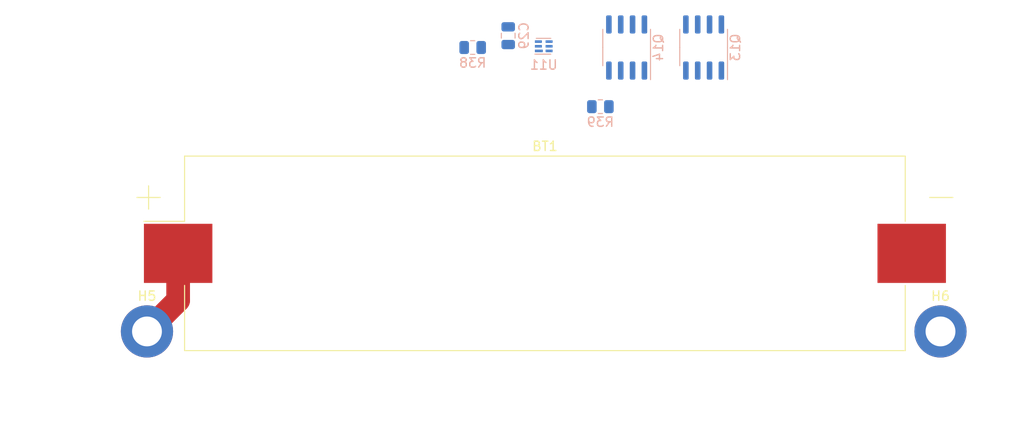
<source format=kicad_pcb>
(kicad_pcb (version 20171130) (host pcbnew "(5.1.10)-1")

  (general
    (thickness 1.6)
    (drawings 2)
    (tracks 2)
    (zones 0)
    (modules 9)
    (nets 9)
  )

  (page A4)
  (layers
    (0 F.Cu signal)
    (31 B.Cu signal)
    (32 B.Adhes user)
    (33 F.Adhes user)
    (34 B.Paste user)
    (35 F.Paste user)
    (36 B.SilkS user)
    (37 F.SilkS user)
    (38 B.Mask user)
    (39 F.Mask user)
    (40 Dwgs.User user)
    (41 Cmts.User user)
    (42 Eco1.User user)
    (43 Eco2.User user)
    (44 Edge.Cuts user)
    (45 Margin user)
    (46 B.CrtYd user)
    (47 F.CrtYd user)
    (48 B.Fab user)
    (49 F.Fab user)
  )

  (setup
    (last_trace_width 1.27)
    (user_trace_width 0.254)
    (user_trace_width 0.381)
    (user_trace_width 0.508)
    (user_trace_width 0.762)
    (user_trace_width 1.27)
    (user_trace_width 2.54)
    (trace_clearance 0.2)
    (zone_clearance 0.508)
    (zone_45_only no)
    (trace_min 0.2)
    (via_size 0.8)
    (via_drill 0.4)
    (via_min_size 0.4)
    (via_min_drill 0.3)
    (uvia_size 0.3)
    (uvia_drill 0.1)
    (uvias_allowed no)
    (uvia_min_size 0.2)
    (uvia_min_drill 0.1)
    (edge_width 0.1)
    (segment_width 0.2)
    (pcb_text_width 0.3)
    (pcb_text_size 1.5 1.5)
    (mod_edge_width 0.15)
    (mod_text_size 1 1)
    (mod_text_width 0.15)
    (pad_size 1.524 1.524)
    (pad_drill 0.762)
    (pad_to_mask_clearance 0)
    (aux_axis_origin 0 0)
    (visible_elements FFFFFF7F)
    (pcbplotparams
      (layerselection 0x010fc_ffffffff)
      (usegerberextensions false)
      (usegerberattributes true)
      (usegerberadvancedattributes true)
      (creategerberjobfile true)
      (excludeedgelayer true)
      (linewidth 0.100000)
      (plotframeref false)
      (viasonmask false)
      (mode 1)
      (useauxorigin false)
      (hpglpennumber 1)
      (hpglpenspeed 20)
      (hpglpendiameter 15.000000)
      (psnegative false)
      (psa4output false)
      (plotreference true)
      (plotvalue true)
      (plotinvisibletext false)
      (padsonsilk false)
      (subtractmaskfromsilk false)
      (outputformat 1)
      (mirror false)
      (drillshape 1)
      (scaleselection 1)
      (outputdirectory ""))
  )

  (net 0 "")
  (net 1 "Net-(BT1-Pad2)")
  (net 2 /+)
  (net 3 "Net-(C29-Pad1)")
  (net 4 /-)
  (net 5 "Net-(Q13-Pad5)")
  (net 6 "Net-(Q13-Pad4)")
  (net 7 "Net-(Q14-Pad4)")
  (net 8 "Net-(R39-Pad1)")

  (net_class Default "This is the default net class."
    (clearance 0.2)
    (trace_width 0.25)
    (via_dia 0.8)
    (via_drill 0.4)
    (uvia_dia 0.3)
    (uvia_drill 0.1)
    (add_net /+)
    (add_net /-)
    (add_net "Net-(BT1-Pad2)")
    (add_net "Net-(C29-Pad1)")
    (add_net "Net-(Q13-Pad4)")
    (add_net "Net-(Q13-Pad5)")
    (add_net "Net-(Q14-Pad4)")
    (add_net "Net-(R39-Pad1)")
    (add_net "Net-(U11-Pad1)")
  )

  (module Package_SON:WSON-6_1.5x1.5mm_P0.5mm (layer B.Cu) (tedit 5A02F1D8) (tstamp 61DDF1A8)
    (at 156.845 63.365)
    (descr "WSON6, http://www.ti.com/lit/ds/symlink/tlv702.pdf")
    (tags WSON6_1.5x1.5mm_P0.5mm)
    (path /61D7B95D)
    (attr smd)
    (fp_text reference U11 (at 0 2) (layer B.SilkS)
      (effects (font (size 1 1) (thickness 0.15)) (justify mirror))
    )
    (fp_text value BQ29707 (at 0 -2) (layer B.Fab)
      (effects (font (size 1 1) (thickness 0.15)) (justify mirror))
    )
    (fp_text user %R (at 0.005 0) (layer B.Fab)
      (effects (font (size 0.4 0.4) (thickness 0.05)) (justify mirror))
    )
    (fp_line (start -0.945 0.85) (end 0.755 0.85) (layer B.SilkS) (width 0.12))
    (fp_line (start -0.795 -0.85) (end 0.755 -0.85) (layer B.SilkS) (width 0.12))
    (fp_line (start -0.495 0.78) (end -0.775 0.5) (layer B.Fab) (width 0.1))
    (fp_line (start 0.785 0.78) (end -0.495 0.78) (layer B.Fab) (width 0.1))
    (fp_line (start -0.775 0.5) (end -0.775 -0.78) (layer B.Fab) (width 0.1))
    (fp_line (start -0.775 -0.78) (end 0.785 -0.78) (layer B.Fab) (width 0.1))
    (fp_line (start 0.785 0.78) (end 0.785 -0.78) (layer B.Fab) (width 0.1))
    (fp_line (start 1.2 1.02) (end 1.2 -1.02) (layer B.CrtYd) (width 0.05))
    (fp_line (start 1.2 1.02) (end -1.2 1.02) (layer B.CrtYd) (width 0.05))
    (fp_line (start -1.2 -1.02) (end 1.2 -1.02) (layer B.CrtYd) (width 0.05))
    (fp_line (start -1.2 -1.02) (end -1.2 1.02) (layer B.CrtYd) (width 0.05))
    (pad 6 smd rect (at 0.575 0.5 90) (size 0.28 0.75) (layers B.Cu B.Paste B.Mask)
      (net 8 "Net-(R39-Pad1)"))
    (pad 5 smd rect (at 0.575 0 90) (size 0.28 0.75) (layers B.Cu B.Paste B.Mask)
      (net 3 "Net-(C29-Pad1)"))
    (pad 4 smd rect (at 0.575 -0.5 90) (size 0.28 0.75) (layers B.Cu B.Paste B.Mask)
      (net 1 "Net-(BT1-Pad2)"))
    (pad 3 smd rect (at -0.575 -0.5 90) (size 0.28 0.75) (layers B.Cu B.Paste B.Mask)
      (net 6 "Net-(Q13-Pad4)"))
    (pad 2 smd rect (at -0.575 0 90) (size 0.28 0.75) (layers B.Cu B.Paste B.Mask)
      (net 7 "Net-(Q14-Pad4)"))
    (pad 1 smd rect (at -0.525 0.5 90) (size 0.28 0.85) (layers B.Cu B.Paste B.Mask))
    (model ${KISYS3DMOD}/Package_SON.3dshapes/WSON-6_1.5x1.5mm_P0.5mm.wrl
      (at (xyz 0 0 0))
      (scale (xyz 1 1 1))
      (rotate (xyz 0 0 0))
    )
  )

  (module Resistor_SMD:R_0805_2012Metric (layer B.Cu) (tedit 5F68FEEE) (tstamp 61DDF192)
    (at 162.9175 69.85)
    (descr "Resistor SMD 0805 (2012 Metric), square (rectangular) end terminal, IPC_7351 nominal, (Body size source: IPC-SM-782 page 72, https://www.pcb-3d.com/wordpress/wp-content/uploads/ipc-sm-782a_amendment_1_and_2.pdf), generated with kicad-footprint-generator")
    (tags resistor)
    (path /61C4260B)
    (attr smd)
    (fp_text reference R39 (at 0 1.65) (layer B.SilkS)
      (effects (font (size 1 1) (thickness 0.15)) (justify mirror))
    )
    (fp_text value 2.2K (at 0 -1.65) (layer B.Fab)
      (effects (font (size 1 1) (thickness 0.15)) (justify mirror))
    )
    (fp_text user %R (at 0 0) (layer B.Fab)
      (effects (font (size 0.5 0.5) (thickness 0.08)) (justify mirror))
    )
    (fp_line (start -1 -0.625) (end -1 0.625) (layer B.Fab) (width 0.1))
    (fp_line (start -1 0.625) (end 1 0.625) (layer B.Fab) (width 0.1))
    (fp_line (start 1 0.625) (end 1 -0.625) (layer B.Fab) (width 0.1))
    (fp_line (start 1 -0.625) (end -1 -0.625) (layer B.Fab) (width 0.1))
    (fp_line (start -0.227064 0.735) (end 0.227064 0.735) (layer B.SilkS) (width 0.12))
    (fp_line (start -0.227064 -0.735) (end 0.227064 -0.735) (layer B.SilkS) (width 0.12))
    (fp_line (start -1.68 -0.95) (end -1.68 0.95) (layer B.CrtYd) (width 0.05))
    (fp_line (start -1.68 0.95) (end 1.68 0.95) (layer B.CrtYd) (width 0.05))
    (fp_line (start 1.68 0.95) (end 1.68 -0.95) (layer B.CrtYd) (width 0.05))
    (fp_line (start 1.68 -0.95) (end -1.68 -0.95) (layer B.CrtYd) (width 0.05))
    (pad 2 smd roundrect (at 0.9125 0) (size 1.025 1.4) (layers B.Cu B.Paste B.Mask) (roundrect_rratio 0.243902)
      (net 4 /-))
    (pad 1 smd roundrect (at -0.9125 0) (size 1.025 1.4) (layers B.Cu B.Paste B.Mask) (roundrect_rratio 0.243902)
      (net 8 "Net-(R39-Pad1)"))
    (model ${KISYS3DMOD}/Resistor_SMD.3dshapes/R_0805_2012Metric.wrl
      (at (xyz 0 0 0))
      (scale (xyz 1 1 1))
      (rotate (xyz 0 0 0))
    )
  )

  (module Resistor_SMD:R_0805_2012Metric (layer B.Cu) (tedit 5F68FEEE) (tstamp 61DDF181)
    (at 149.225 63.5)
    (descr "Resistor SMD 0805 (2012 Metric), square (rectangular) end terminal, IPC_7351 nominal, (Body size source: IPC-SM-782 page 72, https://www.pcb-3d.com/wordpress/wp-content/uploads/ipc-sm-782a_amendment_1_and_2.pdf), generated with kicad-footprint-generator")
    (tags resistor)
    (path /61C42618)
    (attr smd)
    (fp_text reference R38 (at 0 1.65) (layer B.SilkS)
      (effects (font (size 1 1) (thickness 0.15)) (justify mirror))
    )
    (fp_text value 330R (at 0 -1.65) (layer B.Fab)
      (effects (font (size 1 1) (thickness 0.15)) (justify mirror))
    )
    (fp_text user %R (at 0 0) (layer B.Fab)
      (effects (font (size 0.5 0.5) (thickness 0.08)) (justify mirror))
    )
    (fp_line (start -1 -0.625) (end -1 0.625) (layer B.Fab) (width 0.1))
    (fp_line (start -1 0.625) (end 1 0.625) (layer B.Fab) (width 0.1))
    (fp_line (start 1 0.625) (end 1 -0.625) (layer B.Fab) (width 0.1))
    (fp_line (start 1 -0.625) (end -1 -0.625) (layer B.Fab) (width 0.1))
    (fp_line (start -0.227064 0.735) (end 0.227064 0.735) (layer B.SilkS) (width 0.12))
    (fp_line (start -0.227064 -0.735) (end 0.227064 -0.735) (layer B.SilkS) (width 0.12))
    (fp_line (start -1.68 -0.95) (end -1.68 0.95) (layer B.CrtYd) (width 0.05))
    (fp_line (start -1.68 0.95) (end 1.68 0.95) (layer B.CrtYd) (width 0.05))
    (fp_line (start 1.68 0.95) (end 1.68 -0.95) (layer B.CrtYd) (width 0.05))
    (fp_line (start 1.68 -0.95) (end -1.68 -0.95) (layer B.CrtYd) (width 0.05))
    (pad 2 smd roundrect (at 0.9125 0) (size 1.025 1.4) (layers B.Cu B.Paste B.Mask) (roundrect_rratio 0.243902)
      (net 3 "Net-(C29-Pad1)"))
    (pad 1 smd roundrect (at -0.9125 0) (size 1.025 1.4) (layers B.Cu B.Paste B.Mask) (roundrect_rratio 0.243902)
      (net 2 /+))
    (model ${KISYS3DMOD}/Resistor_SMD.3dshapes/R_0805_2012Metric.wrl
      (at (xyz 0 0 0))
      (scale (xyz 1 1 1))
      (rotate (xyz 0 0 0))
    )
  )

  (module Package_SO:SOIC-8_3.9x4.9mm_P1.27mm (layer B.Cu) (tedit 5D9F72B1) (tstamp 61DDF170)
    (at 165.735 63.5 90)
    (descr "SOIC, 8 Pin (JEDEC MS-012AA, https://www.analog.com/media/en/package-pcb-resources/package/pkg_pdf/soic_narrow-r/r_8.pdf), generated with kicad-footprint-generator ipc_gullwing_generator.py")
    (tags "SOIC SO")
    (path /61C42601)
    (attr smd)
    (fp_text reference Q14 (at 0 3.4 90) (layer B.SilkS)
      (effects (font (size 1 1) (thickness 0.15)) (justify mirror))
    )
    (fp_text value DMN2028USS (at 0 -3.4 90) (layer B.Fab)
      (effects (font (size 1 1) (thickness 0.15)) (justify mirror))
    )
    (fp_text user %R (at 0 0 90) (layer B.Fab)
      (effects (font (size 0.98 0.98) (thickness 0.15)) (justify mirror))
    )
    (fp_line (start 0 -2.56) (end 1.95 -2.56) (layer B.SilkS) (width 0.12))
    (fp_line (start 0 -2.56) (end -1.95 -2.56) (layer B.SilkS) (width 0.12))
    (fp_line (start 0 2.56) (end 1.95 2.56) (layer B.SilkS) (width 0.12))
    (fp_line (start 0 2.56) (end -3.45 2.56) (layer B.SilkS) (width 0.12))
    (fp_line (start -0.975 2.45) (end 1.95 2.45) (layer B.Fab) (width 0.1))
    (fp_line (start 1.95 2.45) (end 1.95 -2.45) (layer B.Fab) (width 0.1))
    (fp_line (start 1.95 -2.45) (end -1.95 -2.45) (layer B.Fab) (width 0.1))
    (fp_line (start -1.95 -2.45) (end -1.95 1.475) (layer B.Fab) (width 0.1))
    (fp_line (start -1.95 1.475) (end -0.975 2.45) (layer B.Fab) (width 0.1))
    (fp_line (start -3.7 2.7) (end -3.7 -2.7) (layer B.CrtYd) (width 0.05))
    (fp_line (start -3.7 -2.7) (end 3.7 -2.7) (layer B.CrtYd) (width 0.05))
    (fp_line (start 3.7 -2.7) (end 3.7 2.7) (layer B.CrtYd) (width 0.05))
    (fp_line (start 3.7 2.7) (end -3.7 2.7) (layer B.CrtYd) (width 0.05))
    (pad 8 smd roundrect (at 2.475 1.905 90) (size 1.95 0.6) (layers B.Cu B.Paste B.Mask) (roundrect_rratio 0.25)
      (net 5 "Net-(Q13-Pad5)"))
    (pad 7 smd roundrect (at 2.475 0.635 90) (size 1.95 0.6) (layers B.Cu B.Paste B.Mask) (roundrect_rratio 0.25)
      (net 5 "Net-(Q13-Pad5)"))
    (pad 6 smd roundrect (at 2.475 -0.635 90) (size 1.95 0.6) (layers B.Cu B.Paste B.Mask) (roundrect_rratio 0.25)
      (net 5 "Net-(Q13-Pad5)"))
    (pad 5 smd roundrect (at 2.475 -1.905 90) (size 1.95 0.6) (layers B.Cu B.Paste B.Mask) (roundrect_rratio 0.25)
      (net 5 "Net-(Q13-Pad5)"))
    (pad 4 smd roundrect (at -2.475 -1.905 90) (size 1.95 0.6) (layers B.Cu B.Paste B.Mask) (roundrect_rratio 0.25)
      (net 7 "Net-(Q14-Pad4)"))
    (pad 3 smd roundrect (at -2.475 -0.635 90) (size 1.95 0.6) (layers B.Cu B.Paste B.Mask) (roundrect_rratio 0.25)
      (net 4 /-))
    (pad 2 smd roundrect (at -2.475 0.635 90) (size 1.95 0.6) (layers B.Cu B.Paste B.Mask) (roundrect_rratio 0.25)
      (net 4 /-))
    (pad 1 smd roundrect (at -2.475 1.905 90) (size 1.95 0.6) (layers B.Cu B.Paste B.Mask) (roundrect_rratio 0.25)
      (net 4 /-))
    (model ${KISYS3DMOD}/Package_SO.3dshapes/SOIC-8_3.9x4.9mm_P1.27mm.wrl
      (at (xyz 0 0 0))
      (scale (xyz 1 1 1))
      (rotate (xyz 0 0 0))
    )
  )

  (module Package_SO:SOIC-8_3.9x4.9mm_P1.27mm (layer B.Cu) (tedit 5D9F72B1) (tstamp 61DDF156)
    (at 173.99 63.5 90)
    (descr "SOIC, 8 Pin (JEDEC MS-012AA, https://www.analog.com/media/en/package-pcb-resources/package/pkg_pdf/soic_narrow-r/r_8.pdf), generated with kicad-footprint-generator ipc_gullwing_generator.py")
    (tags "SOIC SO")
    (path /61C425F8)
    (attr smd)
    (fp_text reference Q13 (at 0 3.4 90) (layer B.SilkS)
      (effects (font (size 1 1) (thickness 0.15)) (justify mirror))
    )
    (fp_text value DMN2028USS (at 0 -3.4 90) (layer B.Fab)
      (effects (font (size 1 1) (thickness 0.15)) (justify mirror))
    )
    (fp_text user %R (at 0 0 90) (layer B.Fab)
      (effects (font (size 0.98 0.98) (thickness 0.15)) (justify mirror))
    )
    (fp_line (start 0 -2.56) (end 1.95 -2.56) (layer B.SilkS) (width 0.12))
    (fp_line (start 0 -2.56) (end -1.95 -2.56) (layer B.SilkS) (width 0.12))
    (fp_line (start 0 2.56) (end 1.95 2.56) (layer B.SilkS) (width 0.12))
    (fp_line (start 0 2.56) (end -3.45 2.56) (layer B.SilkS) (width 0.12))
    (fp_line (start -0.975 2.45) (end 1.95 2.45) (layer B.Fab) (width 0.1))
    (fp_line (start 1.95 2.45) (end 1.95 -2.45) (layer B.Fab) (width 0.1))
    (fp_line (start 1.95 -2.45) (end -1.95 -2.45) (layer B.Fab) (width 0.1))
    (fp_line (start -1.95 -2.45) (end -1.95 1.475) (layer B.Fab) (width 0.1))
    (fp_line (start -1.95 1.475) (end -0.975 2.45) (layer B.Fab) (width 0.1))
    (fp_line (start -3.7 2.7) (end -3.7 -2.7) (layer B.CrtYd) (width 0.05))
    (fp_line (start -3.7 -2.7) (end 3.7 -2.7) (layer B.CrtYd) (width 0.05))
    (fp_line (start 3.7 -2.7) (end 3.7 2.7) (layer B.CrtYd) (width 0.05))
    (fp_line (start 3.7 2.7) (end -3.7 2.7) (layer B.CrtYd) (width 0.05))
    (pad 8 smd roundrect (at 2.475 1.905 90) (size 1.95 0.6) (layers B.Cu B.Paste B.Mask) (roundrect_rratio 0.25)
      (net 5 "Net-(Q13-Pad5)"))
    (pad 7 smd roundrect (at 2.475 0.635 90) (size 1.95 0.6) (layers B.Cu B.Paste B.Mask) (roundrect_rratio 0.25)
      (net 5 "Net-(Q13-Pad5)"))
    (pad 6 smd roundrect (at 2.475 -0.635 90) (size 1.95 0.6) (layers B.Cu B.Paste B.Mask) (roundrect_rratio 0.25)
      (net 5 "Net-(Q13-Pad5)"))
    (pad 5 smd roundrect (at 2.475 -1.905 90) (size 1.95 0.6) (layers B.Cu B.Paste B.Mask) (roundrect_rratio 0.25)
      (net 5 "Net-(Q13-Pad5)"))
    (pad 4 smd roundrect (at -2.475 -1.905 90) (size 1.95 0.6) (layers B.Cu B.Paste B.Mask) (roundrect_rratio 0.25)
      (net 6 "Net-(Q13-Pad4)"))
    (pad 3 smd roundrect (at -2.475 -0.635 90) (size 1.95 0.6) (layers B.Cu B.Paste B.Mask) (roundrect_rratio 0.25)
      (net 1 "Net-(BT1-Pad2)"))
    (pad 2 smd roundrect (at -2.475 0.635 90) (size 1.95 0.6) (layers B.Cu B.Paste B.Mask) (roundrect_rratio 0.25)
      (net 1 "Net-(BT1-Pad2)"))
    (pad 1 smd roundrect (at -2.475 1.905 90) (size 1.95 0.6) (layers B.Cu B.Paste B.Mask) (roundrect_rratio 0.25)
      (net 1 "Net-(BT1-Pad2)"))
    (model ${KISYS3DMOD}/Package_SO.3dshapes/SOIC-8_3.9x4.9mm_P1.27mm.wrl
      (at (xyz 0 0 0))
      (scale (xyz 1 1 1))
      (rotate (xyz 0 0 0))
    )
  )

  (module MountingHole:MountingHole_3.2mm_M3_DIN965_Pad (layer F.Cu) (tedit 56D1B4CB) (tstamp 61DDF13C)
    (at 199.39 93.98)
    (descr "Mounting Hole 3.2mm, M3, DIN965")
    (tags "mounting hole 3.2mm m3 din965")
    (path /61D7A980)
    (attr virtual)
    (fp_text reference H6 (at 0 -3.8) (layer F.SilkS)
      (effects (font (size 1 1) (thickness 0.15)))
    )
    (fp_text value Contact (at 0 3.8) (layer F.Fab)
      (effects (font (size 1 1) (thickness 0.15)))
    )
    (fp_text user %R (at 0.3 0) (layer F.Fab)
      (effects (font (size 1 1) (thickness 0.15)))
    )
    (fp_circle (center 0 0) (end 2.8 0) (layer Cmts.User) (width 0.15))
    (fp_circle (center 0 0) (end 3.05 0) (layer F.CrtYd) (width 0.05))
    (pad 1 thru_hole circle (at 0 0) (size 5.6 5.6) (drill 3.2) (layers *.Cu *.Mask)
      (net 4 /-))
  )

  (module MountingHole:MountingHole_3.2mm_M3_DIN965_Pad (layer F.Cu) (tedit 56D1B4CB) (tstamp 61DDF134)
    (at 114.3 93.98)
    (descr "Mounting Hole 3.2mm, M3, DIN965")
    (tags "mounting hole 3.2mm m3 din965")
    (path /61D78E3E)
    (attr virtual)
    (fp_text reference H5 (at 0 -3.8) (layer F.SilkS)
      (effects (font (size 1 1) (thickness 0.15)))
    )
    (fp_text value Contact (at 0 3.8) (layer F.Fab)
      (effects (font (size 1 1) (thickness 0.15)))
    )
    (fp_text user %R (at 0.3 0) (layer F.Fab)
      (effects (font (size 1 1) (thickness 0.15)))
    )
    (fp_circle (center 0 0) (end 2.8 0) (layer Cmts.User) (width 0.15))
    (fp_circle (center 0 0) (end 3.05 0) (layer F.CrtYd) (width 0.05))
    (pad 1 thru_hole circle (at 0 0) (size 5.6 5.6) (drill 3.2) (layers *.Cu *.Mask)
      (net 2 /+))
  )

  (module Capacitor_SMD:C_0805_2012Metric (layer B.Cu) (tedit 5F68FEEE) (tstamp 61DDF12C)
    (at 153.035 62.23 90)
    (descr "Capacitor SMD 0805 (2012 Metric), square (rectangular) end terminal, IPC_7351 nominal, (Body size source: IPC-SM-782 page 76, https://www.pcb-3d.com/wordpress/wp-content/uploads/ipc-sm-782a_amendment_1_and_2.pdf, https://docs.google.com/spreadsheets/d/1BsfQQcO9C6DZCsRaXUlFlo91Tg2WpOkGARC1WS5S8t0/edit?usp=sharing), generated with kicad-footprint-generator")
    (tags capacitor)
    (path /61C42620)
    (attr smd)
    (fp_text reference C29 (at 0 1.68 90) (layer B.SilkS)
      (effects (font (size 1 1) (thickness 0.15)) (justify mirror))
    )
    (fp_text value 0.1uF (at 0 -1.68 90) (layer B.Fab)
      (effects (font (size 1 1) (thickness 0.15)) (justify mirror))
    )
    (fp_text user %R (at 0 0 90) (layer F.Fab)
      (effects (font (size 0.5 0.5) (thickness 0.08)))
    )
    (fp_line (start -1 -0.625) (end -1 0.625) (layer B.Fab) (width 0.1))
    (fp_line (start -1 0.625) (end 1 0.625) (layer B.Fab) (width 0.1))
    (fp_line (start 1 0.625) (end 1 -0.625) (layer B.Fab) (width 0.1))
    (fp_line (start 1 -0.625) (end -1 -0.625) (layer B.Fab) (width 0.1))
    (fp_line (start -0.261252 0.735) (end 0.261252 0.735) (layer B.SilkS) (width 0.12))
    (fp_line (start -0.261252 -0.735) (end 0.261252 -0.735) (layer B.SilkS) (width 0.12))
    (fp_line (start -1.7 -0.98) (end -1.7 0.98) (layer B.CrtYd) (width 0.05))
    (fp_line (start -1.7 0.98) (end 1.7 0.98) (layer B.CrtYd) (width 0.05))
    (fp_line (start 1.7 0.98) (end 1.7 -0.98) (layer B.CrtYd) (width 0.05))
    (fp_line (start 1.7 -0.98) (end -1.7 -0.98) (layer B.CrtYd) (width 0.05))
    (pad 2 smd roundrect (at 0.95 0 90) (size 1 1.45) (layers B.Cu B.Paste B.Mask) (roundrect_rratio 0.25)
      (net 1 "Net-(BT1-Pad2)"))
    (pad 1 smd roundrect (at -0.95 0 90) (size 1 1.45) (layers B.Cu B.Paste B.Mask) (roundrect_rratio 0.25)
      (net 3 "Net-(C29-Pad1)"))
    (model ${KISYS3DMOD}/Capacitor_SMD.3dshapes/C_0805_2012Metric.wrl
      (at (xyz 0 0 0))
      (scale (xyz 1 1 1))
      (rotate (xyz 0 0 0))
    )
  )

  (module Battery:BatteryHolder_Keystone_1042_1x18650 (layer F.Cu) (tedit 5A033499) (tstamp 61DDF11B)
    (at 156.972 85.598)
    (descr "Battery holder for 18650 cylindrical cells http://www.keyelco.com/product.cfm/product_id/918")
    (tags "18650 Keystone 1042 Li-ion")
    (path /61C425E9)
    (attr smd)
    (fp_text reference BT1 (at 0 -11.5) (layer F.SilkS)
      (effects (font (size 1 1) (thickness 0.15)))
    )
    (fp_text value 18650 (at 0 11.3) (layer F.Fab)
      (effects (font (size 1 1) (thickness 0.15)))
    )
    (fp_text user %R (at 0 0) (layer F.Fab)
      (effects (font (size 1 1) (thickness 0.15)))
    )
    (fp_line (start -33.3675 -10.33) (end -38.53 -5.1675) (layer F.Fab) (width 0.1))
    (fp_line (start -38.64 -3.44) (end -43 -3.44) (layer F.SilkS) (width 0.12))
    (fp_line (start 43.5 3.68) (end 43.5 -3.68) (layer F.CrtYd) (width 0.05))
    (fp_line (start 39.03 10.83) (end 39.03 3.68) (layer F.CrtYd) (width 0.05))
    (fp_line (start -38.64 10.44) (end -38.64 3.44) (layer F.SilkS) (width 0.12))
    (fp_line (start 38.64 10.44) (end -38.64 10.44) (layer F.SilkS) (width 0.12))
    (fp_line (start 38.64 3.44) (end 38.64 10.44) (layer F.SilkS) (width 0.12))
    (fp_line (start -38.64 -10.44) (end -38.64 -3.44) (layer F.SilkS) (width 0.12))
    (fp_line (start 38.64 -10.44) (end -38.64 -10.44) (layer F.SilkS) (width 0.12))
    (fp_line (start 38.64 -3.44) (end 38.64 -10.42) (layer F.SilkS) (width 0.12))
    (fp_line (start -38.53 10.33) (end 38.53 10.33) (layer F.Fab) (width 0.1))
    (fp_line (start -38.53 -5.1675) (end -38.53 10.33) (layer F.Fab) (width 0.1))
    (fp_line (start 43.75 -6) (end 41.25 -6) (layer F.SilkS) (width 0.12))
    (fp_line (start -33.3675 -10.33) (end 38.53 -10.33) (layer F.Fab) (width 0.1))
    (fp_line (start 38.53 -10.33) (end 38.53 10.33) (layer F.Fab) (width 0.1))
    (fp_line (start -39.03 10.83) (end 39.03 10.83) (layer F.CrtYd) (width 0.05))
    (fp_line (start -39.03 -10.83) (end 39.03 -10.83) (layer F.CrtYd) (width 0.05))
    (fp_line (start 39.03 -10.83) (end 39.03 -3.68) (layer F.CrtYd) (width 0.05))
    (fp_line (start -39.03 10.83) (end -39.03 3.68) (layer F.CrtYd) (width 0.05))
    (fp_line (start -39.03 -10.83) (end -39.03 -3.68) (layer F.CrtYd) (width 0.05))
    (fp_line (start 39.03 3.68) (end 43.5 3.68) (layer F.CrtYd) (width 0.05))
    (fp_line (start 43.5 -3.68) (end 39.03 -3.68) (layer F.CrtYd) (width 0.05))
    (fp_line (start -43.5 -3.68) (end -39.03 -3.68) (layer F.CrtYd) (width 0.05))
    (fp_line (start -43.5 3.68) (end -43.5 -3.68) (layer F.CrtYd) (width 0.05))
    (fp_line (start -39.03 3.68) (end -43.5 3.68) (layer F.CrtYd) (width 0.05))
    (fp_line (start -43.75 -6) (end -41.25 -6) (layer F.SilkS) (width 0.12))
    (fp_line (start -42.5 -4.75) (end -42.5 -7.25) (layer F.SilkS) (width 0.12))
    (pad "" np_thru_hole circle (at -35.93 -8) (size 2.39 2.39) (drill 2.39) (layers *.Cu *.Mask))
    (pad "" np_thru_hole circle (at -27.6 8) (size 3.45 3.45) (drill 3.45) (layers *.Cu *.Mask))
    (pad "" np_thru_hole circle (at 27.6 -8) (size 3.45 3.45) (drill 3.45) (layers *.Cu *.Mask))
    (pad 2 smd rect (at 39.33 0) (size 7.34 6.35) (layers F.Cu F.Paste F.Mask)
      (net 1 "Net-(BT1-Pad2)"))
    (pad 1 smd rect (at -39.33 0) (size 7.34 6.35) (layers F.Cu F.Paste F.Mask)
      (net 2 /+))
    (model ${KISYS3DMOD}/Battery.3dshapes/BatteryHolder_Keystone_1042_1x18650.wrl
      (at (xyz 0 0 0))
      (scale (xyz 1 1 1))
      (rotate (xyz 0 0 0))
    )
  )

  (dimension 25.4 (width 0.15) (layer Dwgs.User)
    (gr_text "25.400 mm" (at 102.205 85.09 90) (layer Dwgs.User)
      (effects (font (size 1 1) (thickness 0.15)))
    )
    (feature1 (pts (xy 110.49 72.39) (xy 102.918579 72.39)))
    (feature2 (pts (xy 110.49 97.79) (xy 102.918579 97.79)))
    (crossbar (pts (xy 103.505 97.79) (xy 103.505 72.39)))
    (arrow1a (pts (xy 103.505 72.39) (xy 104.091421 73.516504)))
    (arrow1b (pts (xy 103.505 72.39) (xy 102.918579 73.516504)))
    (arrow2a (pts (xy 103.505 97.79) (xy 104.091421 96.663496)))
    (arrow2b (pts (xy 103.505 97.79) (xy 102.918579 96.663496)))
  )
  (dimension 97.79 (width 0.15) (layer Dwgs.User)
    (gr_text "97.790 mm" (at 159.385 105.439999) (layer Dwgs.User)
      (effects (font (size 1 1) (thickness 0.15)))
    )
    (feature1 (pts (xy 208.28 98.425) (xy 208.28 104.72642)))
    (feature2 (pts (xy 110.49 98.425) (xy 110.49 104.72642)))
    (crossbar (pts (xy 110.49 104.139999) (xy 208.28 104.139999)))
    (arrow1a (pts (xy 208.28 104.139999) (xy 207.153496 104.72642)))
    (arrow1b (pts (xy 208.28 104.139999) (xy 207.153496 103.553578)))
    (arrow2a (pts (xy 110.49 104.139999) (xy 111.616504 104.72642)))
    (arrow2b (pts (xy 110.49 104.139999) (xy 111.616504 103.553578)))
  )

  (segment (start 117.642 90.638) (end 114.3 93.98) (width 2.54) (layer F.Cu) (net 2))
  (segment (start 117.642 85.598) (end 117.642 90.638) (width 2.54) (layer F.Cu) (net 2))

)

</source>
